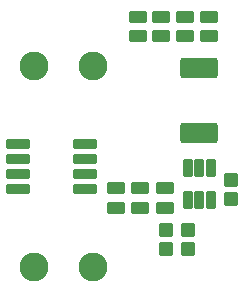
<source format=gts>
G04*
G04 #@! TF.GenerationSoftware,Altium Limited,Altium Designer,21.5.1 (32)*
G04*
G04 Layer_Color=8388736*
%FSLAX25Y25*%
%MOIN*%
G70*
G04*
G04 #@! TF.SameCoordinates,B42815E3-1C8A-49E7-A1B9-2BA69348AFE0*
G04*
G04*
G04 #@! TF.FilePolarity,Negative*
G04*
G01*
G75*
G04:AMPARAMS|DCode=19|XSize=49.21mil|YSize=45.28mil|CornerRadius=5.91mil|HoleSize=0mil|Usage=FLASHONLY|Rotation=0.000|XOffset=0mil|YOffset=0mil|HoleType=Round|Shape=RoundedRectangle|*
%AMROUNDEDRECTD19*
21,1,0.04921,0.03347,0,0,0.0*
21,1,0.03740,0.04528,0,0,0.0*
1,1,0.01181,0.01870,-0.01673*
1,1,0.01181,-0.01870,-0.01673*
1,1,0.01181,-0.01870,0.01673*
1,1,0.01181,0.01870,0.01673*
%
%ADD19ROUNDEDRECTD19*%
G04:AMPARAMS|DCode=20|XSize=61.02mil|YSize=41.34mil|CornerRadius=5.61mil|HoleSize=0mil|Usage=FLASHONLY|Rotation=180.000|XOffset=0mil|YOffset=0mil|HoleType=Round|Shape=RoundedRectangle|*
%AMROUNDEDRECTD20*
21,1,0.06102,0.03012,0,0,180.0*
21,1,0.04980,0.04134,0,0,180.0*
1,1,0.01122,-0.02490,0.01506*
1,1,0.01122,0.02490,0.01506*
1,1,0.01122,0.02490,-0.01506*
1,1,0.01122,-0.02490,-0.01506*
%
%ADD20ROUNDEDRECTD20*%
G04:AMPARAMS|DCode=21|XSize=49.21mil|YSize=45.28mil|CornerRadius=6.89mil|HoleSize=0mil|Usage=FLASHONLY|Rotation=180.000|XOffset=0mil|YOffset=0mil|HoleType=Round|Shape=RoundedRectangle|*
%AMROUNDEDRECTD21*
21,1,0.04921,0.03150,0,0,180.0*
21,1,0.03543,0.04528,0,0,180.0*
1,1,0.01378,-0.01772,0.01575*
1,1,0.01378,0.01772,0.01575*
1,1,0.01378,0.01772,-0.01575*
1,1,0.01378,-0.01772,-0.01575*
%
%ADD21ROUNDEDRECTD21*%
G04:AMPARAMS|DCode=22|XSize=61.15mil|YSize=33.59mil|CornerRadius=5.92mil|HoleSize=0mil|Usage=FLASHONLY|Rotation=270.000|XOffset=0mil|YOffset=0mil|HoleType=Round|Shape=RoundedRectangle|*
%AMROUNDEDRECTD22*
21,1,0.06115,0.02175,0,0,270.0*
21,1,0.04931,0.03359,0,0,270.0*
1,1,0.01184,-0.01088,-0.02466*
1,1,0.01184,-0.01088,0.02466*
1,1,0.01184,0.01088,0.02466*
1,1,0.01184,0.01088,-0.02466*
%
%ADD22ROUNDEDRECTD22*%
G04:AMPARAMS|DCode=23|XSize=68.9mil|YSize=124.02mil|CornerRadius=7.68mil|HoleSize=0mil|Usage=FLASHONLY|Rotation=90.000|XOffset=0mil|YOffset=0mil|HoleType=Round|Shape=RoundedRectangle|*
%AMROUNDEDRECTD23*
21,1,0.06890,0.10866,0,0,90.0*
21,1,0.05354,0.12402,0,0,90.0*
1,1,0.01535,0.05433,0.02677*
1,1,0.01535,0.05433,-0.02677*
1,1,0.01535,-0.05433,-0.02677*
1,1,0.01535,-0.05433,0.02677*
%
%ADD23ROUNDEDRECTD23*%
G04:AMPARAMS|DCode=24|XSize=34.25mil|YSize=80.71mil|CornerRadius=5.08mil|HoleSize=0mil|Usage=FLASHONLY|Rotation=270.000|XOffset=0mil|YOffset=0mil|HoleType=Round|Shape=RoundedRectangle|*
%AMROUNDEDRECTD24*
21,1,0.03425,0.07055,0,0,270.0*
21,1,0.02410,0.08071,0,0,270.0*
1,1,0.01016,-0.03528,-0.01205*
1,1,0.01016,-0.03528,0.01205*
1,1,0.01016,0.03528,0.01205*
1,1,0.01016,0.03528,-0.01205*
%
%ADD24ROUNDEDRECTD24*%
%ADD25C,0.09646*%
D19*
X57972Y31890D02*
D03*
Y38189D02*
D03*
X65551Y38189D02*
D03*
Y31890D02*
D03*
D20*
X49606Y45571D02*
D03*
Y52067D02*
D03*
X57874Y45571D02*
D03*
Y52067D02*
D03*
X41339D02*
D03*
Y45571D02*
D03*
X48720Y109252D02*
D03*
Y102756D02*
D03*
X72342D02*
D03*
Y109252D02*
D03*
X64468D02*
D03*
Y102756D02*
D03*
X56595Y109252D02*
D03*
Y102756D02*
D03*
D21*
X79921Y48425D02*
D03*
Y54724D02*
D03*
D22*
X73032Y48228D02*
D03*
X69291Y58858D02*
D03*
X65551Y48228D02*
D03*
X69291D02*
D03*
X65551Y58858D02*
D03*
X73032D02*
D03*
D23*
X69291Y70669D02*
D03*
Y92323D02*
D03*
D24*
X31209Y52031D02*
D03*
Y57031D02*
D03*
Y62031D02*
D03*
Y67031D02*
D03*
X8964Y52031D02*
D03*
Y57031D02*
D03*
Y62031D02*
D03*
Y67031D02*
D03*
D25*
X33858Y92913D02*
D03*
X14173D02*
D03*
X33858Y25984D02*
D03*
X14173D02*
D03*
M02*

</source>
